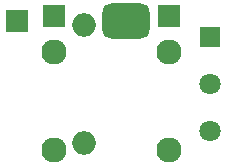
<source format=gbr>
%TF.GenerationSoftware,KiCad,Pcbnew,(6.0.2-0)*%
%TF.CreationDate,2022-07-29T18:49:05+02:00*%
%TF.ProjectId,crossfaderAttenuator,63726f73-7366-4616-9465-72417474656e,rev?*%
%TF.SameCoordinates,Original*%
%TF.FileFunction,Soldermask,Top*%
%TF.FilePolarity,Negative*%
%FSLAX46Y46*%
G04 Gerber Fmt 4.6, Leading zero omitted, Abs format (unit mm)*
G04 Created by KiCad (PCBNEW (6.0.2-0)) date 2022-07-29 18:49:05*
%MOMM*%
%LPD*%
G01*
G04 APERTURE LIST*
G04 Aperture macros list*
%AMRoundRect*
0 Rectangle with rounded corners*
0 $1 Rounding radius*
0 $2 $3 $4 $5 $6 $7 $8 $9 X,Y pos of 4 corners*
0 Add a 4 corners polygon primitive as box body*
4,1,4,$2,$3,$4,$5,$6,$7,$8,$9,$2,$3,0*
0 Add four circle primitives for the rounded corners*
1,1,$1+$1,$2,$3*
1,1,$1+$1,$4,$5*
1,1,$1+$1,$6,$7*
1,1,$1+$1,$8,$9*
0 Add four rect primitives between the rounded corners*
20,1,$1+$1,$2,$3,$4,$5,0*
20,1,$1+$1,$4,$5,$6,$7,0*
20,1,$1+$1,$6,$7,$8,$9,0*
20,1,$1+$1,$8,$9,$2,$3,0*%
G04 Aperture macros list end*
%ADD10R,1.900000X1.900000*%
%ADD11R,1.930000X1.830000*%
%ADD12C,2.130000*%
%ADD13RoundRect,0.750000X1.250000X-0.750000X1.250000X0.750000X-1.250000X0.750000X-1.250000X-0.750000X0*%
%ADD14O,2.000000X2.000000*%
%ADD15R,1.800000X1.800000*%
%ADD16C,1.800000*%
G04 APERTURE END LIST*
D10*
%TO.C,J3*%
X137050000Y-76875000D03*
%TD*%
D11*
%TO.C,J2*%
X140250000Y-76420000D03*
D12*
X140250000Y-87820000D03*
X140250000Y-79520000D03*
%TD*%
D13*
%TO.C,pingnd*%
X146350000Y-76900000D03*
%TD*%
D11*
%TO.C,J1*%
X149950000Y-76420000D03*
D12*
X149950000Y-87820000D03*
X149950000Y-79520000D03*
%TD*%
D14*
%TO.C,RV1*%
X142787487Y-87213604D03*
X142787487Y-77213604D03*
D15*
X153387487Y-78213604D03*
D16*
X153387487Y-82225604D03*
X153387487Y-86213604D03*
%TD*%
M02*

</source>
